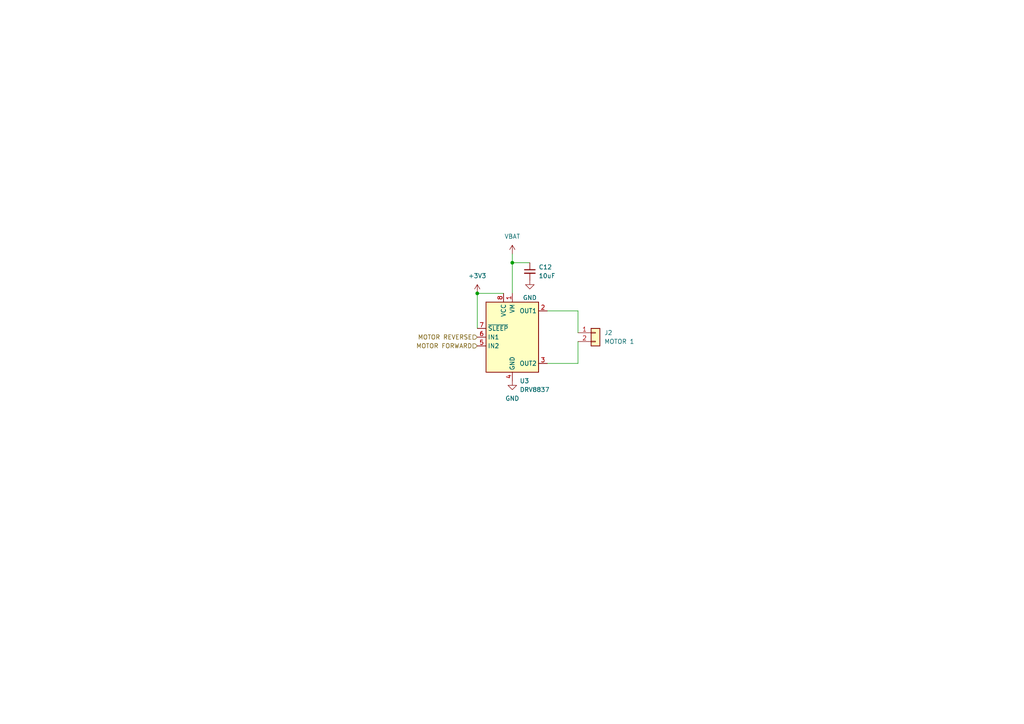
<source format=kicad_sch>
(kicad_sch (version 20250114) (generator "eeschema") (generator_version "9.0")
  (paper "A4")
  (lib_symbols
    (symbol "Connector_Generic:Conn_01x02" (pin_names (offset 1.016) (hide yes))
      (property "Reference" "J" (at 0 2.54 0))
      (property "Value" "Conn_01x02" (at 0 -5.08 0))
      (symbol "Conn_01x02_1_1"
        (rectangle (start -1.27 1.27) (end 1.27 -3.81) (stroke (width 0.254)) (fill (type background)))
        (rectangle (start -1.27 0.127) (end 0 -0.127) (stroke (width 0.1524)))
        (rectangle (start -1.27 -2.413) (end 0 -2.667) (stroke (width 0.1524)))
        (pin passive line (at -5.08 0 0) (length 3.81) (name "Pin_1") (number "1"))
        (pin passive line (at -5.08 -2.54 0) (length 3.81) (name "Pin_2") (number "2"))
      )
    )
    (symbol "Device:C_Small" (pin_numbers (hide yes)) (pin_names (offset 0.254) (hide yes))
      (property "Reference" "C" (at 0.254 1.778 0))
      (property "Value" "C_Small" (at 0.254 -2.032 0))
      (symbol "C_Small_0_1"
        (polyline (pts (xy -1.524 0.508) (xy 1.524 0.508)) (stroke (width 0.3048)))
        (polyline (pts (xy -1.524 -0.508) (xy 1.524 -0.508)) (stroke (width 0.3302)))
      )
      (symbol "C_Small_1_1"
        (pin passive line (at 0 2.54 270) (length 2.032) (name "~") (number "1"))
        (pin passive line (at 0 -2.54 90) (length 2.032) (name "~") (number "2"))
      )
    )
    (symbol "Driver_Motor:DRV8837"
      (property "Reference" "U" (at 6.35 11.43 0))
      (property "Value" "DRV8837" (at -10.16 11.43 0))
      (symbol "DRV8837_0_1"
        (rectangle (start -7.62 10.16) (end 7.62 -10.16) (stroke (width 0.254)) (fill (type background)))
      )
      (symbol "DRV8837_1_1"
        (pin input line (at -10.16 2.54 0) (length 2.54) (name "~{SLEEP}") (number "7"))
        (pin input line (at -10.16 0 0) (length 2.54) (name "IN1") (number "6"))
        (pin input line (at -10.16 -2.54 0) (length 2.54) (name "IN2") (number "5"))
        (pin power_in line (at -2.54 12.7 270) (length 2.54) (name "VCC") (number "8"))
        (pin power_in line (at 0 12.7 270) (length 2.54) (name "VM") (number "1"))
        (pin power_in line (at 0 -12.7 90) (length 2.54) (name "GND") (number "4"))
        (pin passive line (at 0 -12.7 90) (length 2.54) (hide yes) (name "GND") (number "9"))
        (pin output line (at 10.16 7.62 180) (length 2.54) (name "OUT1") (number "2"))
        (pin output line (at 10.16 -7.62 180) (length 2.54) (name "OUT2") (number "3"))
      )
    )
    (symbol "power:+3V3" (power) (pin_numbers (hide yes)) (pin_names (offset 0) (hide yes))
      (property "Value" "+3V3" (at 0 3.556 0))
      (symbol "+3V3_0_1"
        (polyline (pts (xy -0.762 1.27) (xy 0 2.54)))
        (polyline (pts (xy 0 2.54) (xy 0.762 1.27)))
        (polyline (pts (xy 0 0) (xy 0 2.54)))
      )
      (symbol "+3V3_1_1"
        (pin power_in line (at 0 0 90) (length 0) (name "~") (number "1"))
      )
    )
    (symbol "power:GND" (power) (pin_numbers (hide yes)) (pin_names (offset 0) (hide yes))
      (property "Value" "GND" (at 0 -3.81 0))
      (symbol "GND_0_1"
        (polyline (pts (xy 0 0) (xy 0 -1.27) (xy 1.27 -1.27) (xy 0 -2.54) (xy -1.27 -1.27) (xy 0 -1.27)))
      )
      (symbol "GND_1_1"
        (pin power_in line (at 0 0 270) (length 0) (name "~") (number "1"))
      )
    )
  )
  (junction (at 138.43 85.09))
  (junction (at 148.59 76.2))
  (wire (pts (xy 167.64 90.17) (xy 167.64 96.52)))
  (wire (pts (xy 158.75 90.17) (xy 167.64 90.17)))
  (wire (pts (xy 167.64 105.41) (xy 167.64 99.06)))
  (wire (pts (xy 138.43 85.09) (xy 146.05 85.09)))
  (wire (pts (xy 153.67 76.2) (xy 148.59 76.2)))
  (wire (pts (xy 138.43 95.25) (xy 138.43 85.09)))
  (wire (pts (xy 148.59 73.66) (xy 148.59 76.2)))
  (wire (pts (xy 158.75 105.41) (xy 167.64 105.41)))
  (wire (pts (xy 148.59 76.2) (xy 148.59 85.09)))
  (hierarchical_label "MOTOR FORWARD" (shape input) (at 138.43 100.33 180))
  (hierarchical_label "MOTOR REVERSE" (shape input) (at 138.43 97.79 180))
  (symbol (lib_id "power:+3V3") (at 138.43 85.09 0) (unit 1)
    (property "Reference" "#PWR021" (effects (hide yes)))
    (property "Value" "+3V3" (at 138.43 80.01 0))
    (property "Description" "Power symbol creates a global label with name \"+3V3\"" (effects (hide yes)))
  )
  (symbol (lib_id "power:GND") (at 148.59 110.49 0) (unit 1)
    (property "Reference" "#PWR020" (effects (hide yes)))
    (property "Value" "GND" (at 148.59 115.57 0))
    (property "Description" "Power symbol creates a global label with name \"GND\" , ground" (effects (hide yes)))
  )
  (symbol (lib_id "power:+3V3") (at 148.59 73.66 0) (unit 1)
    (property "Reference" "#PWR022" (effects (hide yes)))
    (property "Value" "VBAT" (at 148.59 68.58 0))
    (property "Description" "Power symbol creates a global label with name \"+3V3\"" (effects (hide yes)))
  )
  (symbol (lib_id "Connector_Generic:Conn_01x02") (at 172.72 96.52 0) (unit 1)
    (property "Reference" "J2" (at 175.26 96.5199 0) (effects (justify left)))
    (property "Value" "MOTOR 1" (at 175.26 99.0599 0) (effects (justify left)))
    (property "Description" "Generic connector, single row, 01x02, script generated (kicad-library-utils/schlib/autogen/connector/)" (effects (hide yes)))
  )
  (symbol (lib_id "Device:C_Small") (at 153.67 78.74 0) (unit 1)
    (property "Reference" "C12" (at 156.21 77.4762 0) (effects (justify left)))
    (property "Value" "10uF" (at 156.21 80.0162 0) (effects (justify left)))
    (property "Description" "Unpolarized capacitor, small symbol" (effects (hide yes)))
  )
  (symbol (lib_id "power:GND") (at 153.67 81.28 0) (unit 1)
    (property "Reference" "#PWR023" (effects (hide yes)))
    (property "Value" "GND" (at 153.67 86.36 0))
    (property "Description" "Power symbol creates a global label with name \"GND\" , ground" (effects (hide yes)))
  )
  (symbol (lib_id "Driver_Motor:DRV8837") (at 148.59 97.79 0) (unit 1)
    (property "Reference" "U3" (at 150.7333 110.49 0) (effects (justify left)))
    (property "Value" "DRV8837" (at 150.7333 113.03 0) (effects (justify left)))
    (property "Footprint" "Package_SON:WSON-8-1EP_2x2mm_P0.5mm_EP0.9x1.6mm" (effects (hide yes)))
    (property "Datasheet" "http://www.ti.com/lit/ds/symlink/drv8837.pdf" (effects (hide yes)))
    (property "Description" "H-Bridge driver, 1.8A, Low Voltage, PWM input, WSON-8" (effects (hide yes)))
  )
)
</source>
